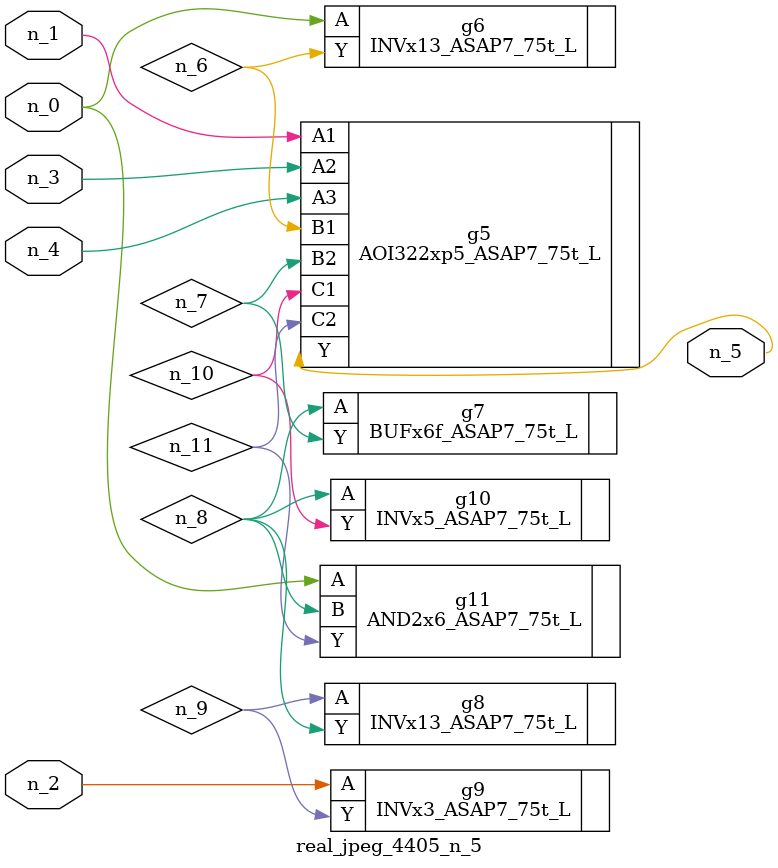
<source format=v>
module real_jpeg_4405_n_5 (n_4, n_0, n_1, n_2, n_3, n_5);

input n_4;
input n_0;
input n_1;
input n_2;
input n_3;

output n_5;

wire n_8;
wire n_11;
wire n_6;
wire n_7;
wire n_10;
wire n_9;

INVx13_ASAP7_75t_L g6 ( 
.A(n_0),
.Y(n_6)
);

AND2x6_ASAP7_75t_L g11 ( 
.A(n_0),
.B(n_8),
.Y(n_11)
);

AOI322xp5_ASAP7_75t_L g5 ( 
.A1(n_1),
.A2(n_3),
.A3(n_4),
.B1(n_6),
.B2(n_7),
.C1(n_10),
.C2(n_11),
.Y(n_5)
);

INVx3_ASAP7_75t_L g9 ( 
.A(n_2),
.Y(n_9)
);

BUFx6f_ASAP7_75t_L g7 ( 
.A(n_8),
.Y(n_7)
);

INVx5_ASAP7_75t_L g10 ( 
.A(n_8),
.Y(n_10)
);

INVx13_ASAP7_75t_L g8 ( 
.A(n_9),
.Y(n_8)
);


endmodule
</source>
